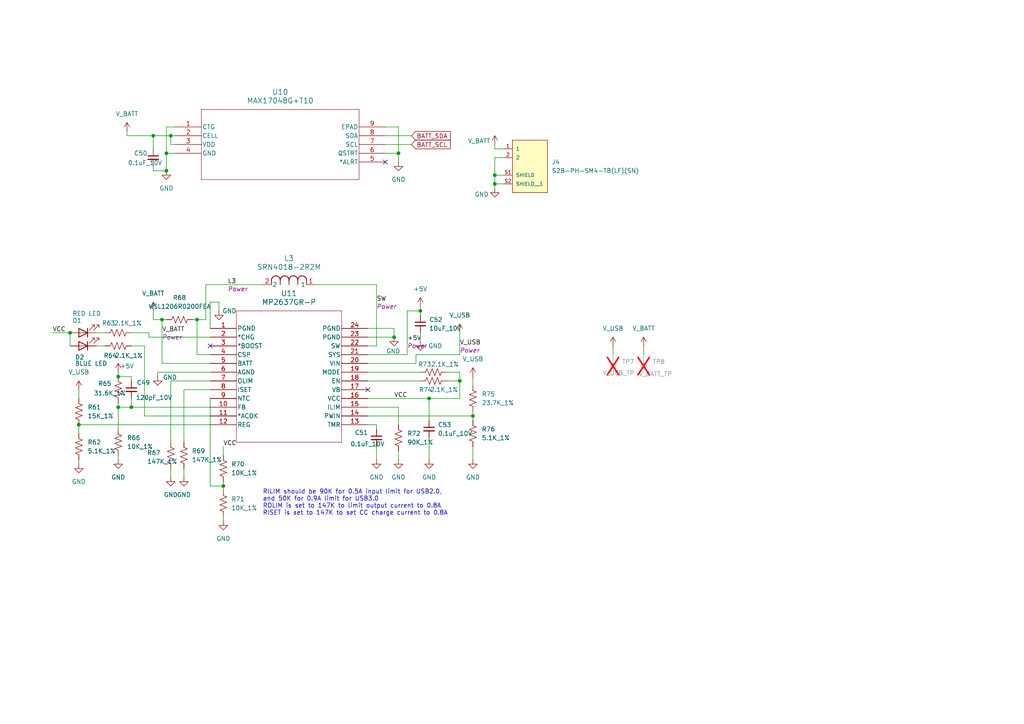
<source format=kicad_sch>
(kicad_sch (version 20250114) (generator "eeschema") (generator_version "9.0")
  (paper "A4")
  (lib_symbols
    (symbol "2025-12-22_19-19-54:SRN4018-2R2M" (pin_names (offset 0.254))
      (property "Reference" "L" (at 6.985 5.08 0))
      (property "Value" "SRN4018-2R2M" (at 6.985 -2.54 0))
      (symbol "SRN4018-2R2M_1_1"
        (polyline (pts (xy 2.54 0) (xy 2.54 1.27)) (stroke (width 0.2032)))
        (arc (start 2.54 1.27) (mid 3.81 2.5344) (end 5.08 1.27) (stroke (width 0.254)))
        (polyline (pts (xy 5.08 0) (xy 5.08 1.27)) (stroke (width 0.2032)))
        (arc (start 5.08 1.27) (mid 6.35 2.5344) (end 7.62 1.27) (stroke (width 0.254)))
        (polyline (pts (xy 7.62 0) (xy 7.62 1.27)) (stroke (width 0.2032)))
        (arc (start 7.62 1.27) (mid 8.89 2.5344) (end 10.16 1.27) (stroke (width 0.254)))
        (polyline (pts (xy 10.16 0) (xy 10.16 1.27)) (stroke (width 0.2032)))
        (arc (start 10.16 1.27) (mid 11.43 2.5344) (end 12.7 1.27) (stroke (width 0.254)))
        (polyline (pts (xy 12.7 0) (xy 12.7 1.27)) (stroke (width 0.2032)))
        (pin unspecified line (at 0 0 0) (length 2.54) (name "2") (number "2"))
        (pin unspecified line (at 15.24 0 180) (length 2.54) (name "1") (number "1"))
      )
      (symbol "SRN4018-2R2M_1_2"
        (arc (start -1.27 10.16) (mid -2.5344 11.43) (end -1.27 12.7) (stroke (width 0.254)))
        (arc (start -1.27 7.62) (mid -2.5344 8.89) (end -1.27 10.16) (stroke (width 0.254)))
        (arc (start -1.27 5.08) (mid -2.5344 6.35) (end -1.27 7.62) (stroke (width 0.254)))
        (arc (start -1.27 2.54) (mid -2.5344 3.81) (end -1.27 5.08) (stroke (width 0.254)))
        (polyline (pts (xy 0 12.7) (xy -1.27 12.7)) (stroke (width 0.2032)))
        (polyline (pts (xy 0 10.16) (xy -1.27 10.16)) (stroke (width 0.2032)))
        (polyline (pts (xy 0 7.62) (xy -1.27 7.62)) (stroke (width 0.2032)))
        (polyline (pts (xy 0 5.08) (xy -1.27 5.08)) (stroke (width 0.2032)))
        (polyline (pts (xy 0 2.54) (xy -1.27 2.54)) (stroke (width 0.2032)))
        (pin unspecified line (at 0 15.24 270) (length 2.54) (name "1") (number "1"))
        (pin unspecified line (at 0 0 90) (length 2.54) (name "2") (number "2"))
      )
    )
    (symbol "2026-01-13_12-46-21:MAX17048G+T10" (pin_names (offset 0.254))
      (property "Reference" "U" (at 30.48 10.16 0))
      (property "Value" "MAX17048G+T10" (at 30.48 7.62 0))
      (symbol "MAX17048G+T10_0_1"
        (polyline (pts (xy 7.62 5.08) (xy 7.62 -15.24)) (stroke (width 0.127)))
        (polyline (pts (xy 7.62 -15.24) (xy 53.34 -15.24)) (stroke (width 0.127)))
        (polyline (pts (xy 53.34 5.08) (xy 7.62 5.08)) (stroke (width 0.127)))
        (polyline (pts (xy 53.34 -15.24) (xy 53.34 5.08)) (stroke (width 0.127)))
        (pin unspecified line (at 0 0 0) (length 7.62) (name "CTG") (number "1"))
        (pin unspecified line (at 0 -2.54 0) (length 7.62) (name "CELL") (number "2"))
        (pin power_in line (at 0 -5.08 0) (length 7.62) (name "VDD") (number "3"))
        (pin power_in line (at 0 -7.62 0) (length 7.62) (name "GND") (number "4"))
        (pin unspecified line (at 60.96 0 180) (length 7.62) (name "EPAD") (number "9"))
        (pin bidirectional line (at 60.96 -2.54 180) (length 7.62) (name "SDA") (number "8"))
        (pin input line (at 60.96 -5.08 180) (length 7.62) (name "SCL") (number "7"))
        (pin input line (at 60.96 -7.62 180) (length 7.62) (name "QSTRT") (number "6"))
        (pin output line (at 60.96 -10.16 180) (length 7.62) (name "*ALRT") (number "5"))
      )
    )
    (symbol "2026-01-14_16-09-35:MP2637GR-P" (pin_names (offset 0.254))
      (property "Reference" "U" (at 22.86 10.16 0))
      (property "Value" "MP2637GR-P" (at 22.86 7.62 0))
      (symbol "MP2637GR-P_0_1"
        (polyline (pts (xy 7.62 5.08) (xy 7.62 -33.02)) (stroke (width 0.127)))
        (polyline (pts (xy 7.62 -33.02) (xy 38.1 -33.02)) (stroke (width 0.127)))
        (polyline (pts (xy 38.1 5.08) (xy 7.62 5.08)) (stroke (width 0.127)))
        (polyline (pts (xy 38.1 -33.02) (xy 38.1 5.08)) (stroke (width 0.127)))
        (pin power_in line (at 0 0 0) (length 7.62) (name "PGND") (number "1"))
        (pin unspecified line (at 0 -2.54 0) (length 7.62) (name "*CHG") (number "2"))
        (pin unspecified line (at 0 -5.08 0) (length 7.62) (name "*BOOST") (number "3"))
        (pin unspecified line (at 0 -7.62 0) (length 7.62) (name "CSP") (number "4"))
        (pin unspecified line (at 0 -10.16 0) (length 7.62) (name "BATT") (number "5"))
        (pin power_in line (at 0 -12.7 0) (length 7.62) (name "AGND") (number "6"))
        (pin unspecified line (at 0 -15.24 0) (length 7.62) (name "OLIM") (number "7"))
        (pin unspecified line (at 0 -17.78 0) (length 7.62) (name "ISET") (number "8"))
        (pin unspecified line (at 0 -20.32 0) (length 7.62) (name "NTC") (number "9"))
        (pin unspecified line (at 0 -22.86 0) (length 7.62) (name "FB") (number "10"))
        (pin unspecified line (at 0 -25.4 0) (length 7.62) (name "*ACOK") (number "11"))
        (pin unspecified line (at 0 -27.94 0) (length 7.62) (name "REG") (number "12"))
        (pin power_in line (at 45.72 0 180) (length 7.62) (name "PGND") (number "24"))
        (pin power_in line (at 45.72 -2.54 180) (length 7.62) (name "PGND") (number "23"))
        (pin unspecified line (at 45.72 -5.08 180) (length 7.62) (name "SW") (number "22"))
        (pin unspecified line (at 45.72 -7.62 180) (length 7.62) (name "SYS") (number "21"))
        (pin power_in line (at 45.72 -10.16 180) (length 7.62) (name "VIN") (number "20"))
        (pin unspecified line (at 45.72 -12.7 180) (length 7.62) (name "MODE") (number "19"))
        (pin unspecified line (at 45.72 -15.24 180) (length 7.62) (name "EN") (number "18"))
        (pin unspecified line (at 45.72 -17.78 180) (length 7.62) (name "VB") (number "17"))
        (pin power_in line (at 45.72 -20.32 180) (length 7.62) (name "VCC") (number "16"))
        (pin unspecified line (at 45.72 -22.86 180) (length 7.62) (name "ILIM") (number "15"))
        (pin unspecified line (at 45.72 -25.4 180) (length 7.62) (name "PWIN") (number "14"))
        (pin unspecified line (at 45.72 -27.94 180) (length 7.62) (name "TMR") (number "13"))
      )
    )
    (symbol "Connector:TestPoint" (pin_numbers (hide yes)) (pin_names (offset 0.762) (hide yes))
      (property "Reference" "TP" (at 0 6.858 0))
      (property "Value" "TestPoint" (at 0 5.08 0))
      (symbol "TestPoint_0_1"
        (circle (center 0 3.302) (radius 0.762))
      )
      (symbol "TestPoint_1_1"
        (pin passive line (at 0 0 90) (length 2.54) (name "1") (number "1"))
      )
    )
    (symbol "Device:C_Small" (pin_numbers (hide yes)) (pin_names (offset 0.254) (hide yes))
      (property "Reference" "C" (at 0.254 1.778 0))
      (property "Value" "C_Small" (at 0.254 -2.032 0))
      (symbol "C_Small_0_1"
        (polyline (pts (xy -1.524 0.508) (xy 1.524 0.508)) (stroke (width 0.3048)))
        (polyline (pts (xy -1.524 -0.508) (xy 1.524 -0.508)) (stroke (width 0.3302)))
      )
      (symbol "C_Small_1_1"
        (pin passive line (at 0 2.54 270) (length 2.032) (name "~") (number "1"))
        (pin passive line (at 0 -2.54 90) (length 2.032) (name "~") (number "2"))
      )
    )
    (symbol "Device:LED" (pin_numbers (hide yes)) (pin_names (offset 1.016) (hide yes))
      (property "Reference" "D" (at 0 2.54 0))
      (property "Value" "LED" (at 0 -2.54 0))
      (symbol "LED_0_1"
        (polyline (pts (xy -3.048 -0.762) (xy -4.572 -2.286) (xy -3.81 -2.286) (xy -4.572 -2.286) (xy -4.572 -1.524)))
        (polyline (pts (xy -1.778 -0.762) (xy -3.302 -2.286) (xy -2.54 -2.286) (xy -3.302 -2.286) (xy -3.302 -1.524)))
        (polyline (pts (xy -1.27 0) (xy 1.27 0)))
        (polyline (pts (xy -1.27 -1.27) (xy -1.27 1.27)) (stroke (width 0.254)))
        (polyline (pts (xy 1.27 -1.27) (xy 1.27 1.27) (xy -1.27 0) (xy 1.27 -1.27)) (stroke (width 0.254)))
      )
      (symbol "LED_1_1"
        (pin passive line (at -3.81 0 0) (length 2.54) (name "K") (number "1"))
        (pin passive line (at 3.81 0 180) (length 2.54) (name "A") (number "2"))
      )
    )
    (symbol "Device:R_US" (pin_numbers (hide yes)) (pin_names (offset 0))
      (property "Reference" "R" (at 2.54 0 90))
      (property "Value" "R_US" (at -2.54 0 90))
      (symbol "R_US_0_1"
        (polyline (pts (xy 0 2.286) (xy 0 2.54)))
        (polyline (pts (xy 0 2.286) (xy 1.016 1.905) (xy 0 1.524) (xy -1.016 1.143) (xy 0 0.762)))
        (polyline (pts (xy 0 0.762) (xy 1.016 0.381) (xy 0 0) (xy -1.016 -0.381) (xy 0 -0.762)))
        (polyline (pts (xy 0 -0.762) (xy 1.016 -1.143) (xy 0 -1.524) (xy -1.016 -1.905) (xy 0 -2.286)))
        (polyline (pts (xy 0 -2.286) (xy 0 -2.54)))
      )
      (symbol "R_US_1_1"
        (pin passive line (at 0 3.81 270) (length 1.27) (name "~") (number "1"))
        (pin passive line (at 0 -3.81 90) (length 1.27) (name "~") (number "2"))
      )
    )
    (symbol "S2B-PH-SM4-TB:S2B-PH-SM4-TB_LF__SN_" (pin_names (offset 1.016))
      (property "Reference" "J" (at -5.0829 5.5957 0))
      (property "Value" "S2B-PH-SM4-TB_LF__SN_" (at -5.0881 -11.9627 0))
      (symbol "S2B-PH-SM4-TB_LF__SN__0_0"
        (rectangle (start -5.08 -10.16) (end 5.08 5.08) (stroke (width 0.1524)) (fill (type background)))
        (pin passive line (at -7.62 2.54 0) (length 2.54) (name "1") (number "1"))
        (pin passive line (at -7.62 0 0) (length 2.54) (name "2") (number "2"))
        (pin passive line (at -7.62 -5.08 0) (length 2.54) (name "SHIELD") (number "S1"))
        (pin passive line (at -7.62 -7.62 0) (length 2.54) (name "SHIELD__1") (number "S2"))
      )
    )
    (symbol "power:GND" (power) (pin_numbers (hide yes)) (pin_names (offset 0) (hide yes))
      (property "Value" "GND" (at 0 -3.81 0))
      (symbol "GND_0_1"
        (polyline (pts (xy 0 0) (xy 0 -1.27) (xy 1.27 -1.27) (xy 0 -2.54) (xy -1.27 -1.27) (xy 0 -1.27)))
      )
      (symbol "GND_1_1"
        (pin power_in line (at 0 0 270) (length 0) (name "~") (number "1"))
      )
    )
    (symbol "power:VD" (power) (pin_numbers (hide yes)) (pin_names (offset 0) (hide yes))
      (property "Value" "VD" (at 0 3.556 0))
      (symbol "VD_0_1"
        (polyline (pts (xy -0.762 1.27) (xy 0 2.54)))
        (polyline (pts (xy 0 2.54) (xy 0.762 1.27)))
        (polyline (pts (xy 0 0) (xy 0 2.54)))
      )
      (symbol "VD_1_1"
        (pin power_in line (at 0 0 90) (length 0) (name "~") (number "1"))
      )
    )
  )
  (text "RILIM should be 90K for 0.5A input limit for USB2.0,\nand 50K for 0.9A limit for USB3.0\nROLIM is set to 147K to limit output current to 0.8A\nRISET is set to 147K to set CC charge current to 0.8A" (at 76.2 145.796 0) (effects (font (size 1.27 1.27)) (justify left)))
  (junction (at 34.29 118.11))
  (junction (at 143.51 53.34))
  (junction (at 143.51 50.8))
  (junction (at 64.77 140.97))
  (junction (at 22.86 123.19))
  (junction (at 124.46 115.57))
  (junction (at 137.16 120.65))
  (junction (at 38.1 118.11))
  (junction (at 114.3 97.79))
  (junction (at 48.26 44.45))
  (junction (at 48.26 49.53))
  (junction (at 121.92 90.17))
  (junction (at 57.15 92.71))
  (junction (at 44.45 39.37))
  (junction (at 49.53 39.37))
  (junction (at 34.29 109.22))
  (junction (at 115.57 44.45))
  (junction (at 46.99 92.71))
  (junction (at 20.32 96.52))
  (junction (at 133.35 110.49))
  (no_connect (at 106.68 113.03))
  (no_connect (at 111.76 46.99))
  (no_connect (at 60.96 100.33))
  (wire (pts (xy 49.53 135.89) (xy 49.53 138.43)))
  (wire (pts (xy 36.83 39.37) (xy 44.45 39.37)))
  (wire (pts (xy 27.94 100.33) (xy 30.48 100.33)))
  (wire (pts (xy 34.29 118.11) (xy 34.29 124.46)))
  (wire (pts (xy 60.96 87.63) (xy 63.5 87.63)))
  (wire (pts (xy 49.53 39.37) (xy 50.8 39.37)))
  (wire (pts (xy 137.16 109.22) (xy 137.16 111.76)))
  (wire (pts (xy 186.69 100.33) (xy 186.69 102.87)))
  (wire (pts (xy 133.35 107.95) (xy 129.54 107.95)))
  (wire (pts (xy 143.51 53.34) (xy 146.05 53.34)))
  (wire (pts (xy 57.15 102.87) (xy 57.15 92.71)))
  (wire (pts (xy 133.35 102.87) (xy 120.65 102.87)))
  (wire (pts (xy 41.91 100.33) (xy 41.91 120.65)))
  (wire (pts (xy 106.68 118.11) (xy 115.57 118.11)))
  (wire (pts (xy 38.1 96.52) (xy 43.18 96.52)))
  (wire (pts (xy 44.45 39.37) (xy 49.53 39.37)))
  (wire (pts (xy 50.8 41.91) (xy 49.53 41.91)))
  (wire (pts (xy 38.1 115.57) (xy 38.1 118.11)))
  (wire (pts (xy 38.1 110.49) (xy 38.1 109.22)))
  (wire (pts (xy 36.83 38.1) (xy 36.83 39.37)))
  (wire (pts (xy 20.32 96.52) (xy 20.32 100.33)))
  (wire (pts (xy 59.69 92.71) (xy 59.69 82.55)))
  (wire (pts (xy 53.34 135.89) (xy 53.34 138.43)))
  (wire (pts (xy 129.54 110.49) (xy 133.35 110.49)))
  (wire (pts (xy 143.51 50.8) (xy 146.05 50.8)))
  (wire (pts (xy 121.92 96.52) (xy 121.92 99.06)))
  (wire (pts (xy 111.76 36.83) (xy 115.57 36.83)))
  (wire (pts (xy 133.35 115.57) (xy 133.35 110.49)))
  (wire (pts (xy 34.29 132.08) (xy 34.29 133.35)))
  (wire (pts (xy 60.96 140.97) (xy 64.77 140.97)))
  (wire (pts (xy 115.57 118.11) (xy 115.57 123.19)))
  (wire (pts (xy 48.26 44.45) (xy 50.8 44.45)))
  (wire (pts (xy 124.46 115.57) (xy 133.35 115.57)))
  (wire (pts (xy 111.76 44.45) (xy 115.57 44.45)))
  (wire (pts (xy 106.68 95.25) (xy 114.3 95.25)))
  (wire (pts (xy 114.3 95.25) (xy 114.3 97.79)))
  (wire (pts (xy 121.92 90.17) (xy 121.92 91.44)))
  (wire (pts (xy 109.22 82.55) (xy 109.22 100.33)))
  (wire (pts (xy 38.1 109.22) (xy 34.29 109.22)))
  (wire (pts (xy 106.68 107.95) (xy 121.92 107.95)))
  (wire (pts (xy 63.5 87.63) (xy 63.5 90.17)))
  (wire (pts (xy 22.86 123.19) (xy 60.96 123.19)))
  (wire (pts (xy 106.68 97.79) (xy 114.3 97.79)))
  (wire (pts (xy 118.11 90.17) (xy 121.92 90.17)))
  (wire (pts (xy 133.35 110.49) (xy 133.35 107.95)))
  (wire (pts (xy 57.15 92.71) (xy 59.69 92.71)))
  (wire (pts (xy 64.77 139.7) (xy 64.77 140.97)))
  (wire (pts (xy 115.57 130.81) (xy 115.57 133.35)))
  (wire (pts (xy 43.18 97.79) (xy 60.96 97.79)))
  (wire (pts (xy 120.65 105.41) (xy 106.68 105.41)))
  (wire (pts (xy 34.29 116.84) (xy 34.29 118.11)))
  (wire (pts (xy 44.45 92.71) (xy 46.99 92.71)))
  (wire (pts (xy 45.72 109.22) (xy 45.72 107.95)))
  (wire (pts (xy 177.8 100.33) (xy 177.8 102.87)))
  (wire (pts (xy 48.26 44.45) (xy 48.26 49.53)))
  (wire (pts (xy 137.16 120.65) (xy 137.16 121.92)))
  (wire (pts (xy 60.96 113.03) (xy 53.34 113.03)))
  (wire (pts (xy 46.99 92.71) (xy 48.26 92.71)))
  (wire (pts (xy 15.24 96.52) (xy 20.32 96.52)))
  (wire (pts (xy 34.29 118.11) (xy 38.1 118.11)))
  (wire (pts (xy 46.99 105.41) (xy 46.99 92.71)))
  (wire (pts (xy 64.77 140.97) (xy 64.77 142.24)))
  (wire (pts (xy 109.22 123.19) (xy 109.22 124.46)))
  (wire (pts (xy 45.72 107.95) (xy 60.96 107.95)))
  (wire (pts (xy 60.96 95.25) (xy 60.96 87.63)))
  (wire (pts (xy 60.96 115.57) (xy 60.96 140.97)))
  (wire (pts (xy 111.76 39.37) (xy 119.38 39.37)))
  (wire (pts (xy 143.51 53.34) (xy 143.51 50.8)))
  (wire (pts (xy 41.91 120.65) (xy 60.96 120.65)))
  (wire (pts (xy 44.45 90.17) (xy 44.45 92.71)))
  (wire (pts (xy 43.18 96.52) (xy 43.18 97.79)))
  (wire (pts (xy 44.45 49.53) (xy 48.26 49.53)))
  (wire (pts (xy 60.96 102.87) (xy 57.15 102.87)))
  (wire (pts (xy 34.29 107.95) (xy 34.29 109.22)))
  (wire (pts (xy 91.44 82.55) (xy 109.22 82.55)))
  (wire (pts (xy 64.77 129.54) (xy 64.77 132.08)))
  (wire (pts (xy 121.92 88.9) (xy 121.92 90.17)))
  (wire (pts (xy 143.51 43.18) (xy 146.05 43.18)))
  (wire (pts (xy 22.86 133.35) (xy 22.86 134.62)))
  (wire (pts (xy 50.8 36.83) (xy 48.26 36.83)))
  (wire (pts (xy 120.65 102.87) (xy 120.65 105.41)))
  (wire (pts (xy 109.22 100.33) (xy 106.68 100.33)))
  (wire (pts (xy 55.88 92.71) (xy 57.15 92.71)))
  (wire (pts (xy 53.34 113.03) (xy 53.34 128.27)))
  (wire (pts (xy 115.57 44.45) (xy 115.57 46.99)))
  (wire (pts (xy 118.11 102.87) (xy 118.11 90.17)))
  (wire (pts (xy 38.1 100.33) (xy 41.91 100.33)))
  (wire (pts (xy 106.68 110.49) (xy 121.92 110.49)))
  (wire (pts (xy 106.68 123.19) (xy 109.22 123.19)))
  (wire (pts (xy 106.68 102.87) (xy 118.11 102.87)))
  (wire (pts (xy 22.86 123.19) (xy 22.86 125.73)))
  (wire (pts (xy 115.57 36.83) (xy 115.57 44.45)))
  (wire (pts (xy 64.77 149.86) (xy 64.77 151.13)))
  (wire (pts (xy 49.53 110.49) (xy 49.53 128.27)))
  (wire (pts (xy 60.96 105.41) (xy 46.99 105.41)))
  (wire (pts (xy 124.46 127) (xy 124.46 133.35)))
  (wire (pts (xy 27.94 96.52) (xy 30.48 96.52)))
  (wire (pts (xy 38.1 118.11) (xy 60.96 118.11)))
  (wire (pts (xy 143.51 45.72) (xy 146.05 45.72)))
  (wire (pts (xy 44.45 48.26) (xy 44.45 49.53)))
  (wire (pts (xy 106.68 115.57) (xy 124.46 115.57)))
  (wire (pts (xy 133.35 96.52) (xy 133.35 102.87)))
  (wire (pts (xy 49.53 110.49) (xy 60.96 110.49)))
  (wire (pts (xy 49.53 41.91) (xy 49.53 39.37)))
  (wire (pts (xy 143.51 54.61) (xy 143.51 53.34)))
  (wire (pts (xy 137.16 119.38) (xy 137.16 120.65)))
  (wire (pts (xy 111.76 41.91) (xy 119.38 41.91)))
  (wire (pts (xy 22.86 113.03) (xy 22.86 115.57)))
  (wire (pts (xy 106.68 120.65) (xy 137.16 120.65)))
  (wire (pts (xy 48.26 36.83) (xy 48.26 44.45)))
  (wire (pts (xy 59.69 82.55) (xy 76.2 82.55)))
  (wire (pts (xy 44.45 39.37) (xy 44.45 43.18)))
  (wire (pts (xy 124.46 115.57) (xy 124.46 121.92)))
  (wire (pts (xy 109.22 129.54) (xy 109.22 133.35)))
  (wire (pts (xy 143.51 50.8) (xy 143.51 45.72)))
  (wire (pts (xy 143.51 41.91) (xy 143.51 43.18)))
  (wire (pts (xy 137.16 129.54) (xy 137.16 133.35)))
  (label "+5V" (at 118.11 99.06 0) (property "Netclass" "Power" (at 118.11 100.33 0) (effects (font (italic yes)) (justify left))))
  (label "V_BATT" (at 46.99 96.52 0) (property "Netclass" "Power" (at 46.99 97.79 0) (effects (font (italic yes)) (justify left))))
  (label "VCC" (at 114.3 115.57 0))
  (label "VCC" (at 64.77 129.54 0))
  (label "VCC" (at 15.24 96.52 0))
  (label "L3" (at 66.04 82.55 0) (property "Netclass" "Power" (at 66.04 83.82 0) (effects (font (italic yes)) (justify left))))
  (label "V_USB" (at 133.35 100.33 0) (property "Netclass" "Power" (at 133.35 101.6 0) (effects (font (italic yes)) (justify left))))
  (label "SW" (at 109.22 87.63 0) (property "Netclass" "Power" (at 109.22 88.9 0) (effects (font (italic yes)) (justify left))))
  (global_label "BATT_SDA" (shape input) (at 119.38 39.37 0) (property "Intersheetrefs" "${INTERSHEET_REFS}" (effects (hide yes))))
  (global_label "BATT_SCL" (shape input) (at 119.38 41.91 0) (property "Intersheetrefs" "${INTERSHEET_REFS}" (effects (hide yes))))
  (symbol (lib_id "power:GND") (at 22.86 134.62 0) (unit 1)
    (property "Reference" "#PWR0109" (effects (hide yes)))
    (property "Value" "GND" (at 22.86 139.7 0))
    (property "Description" "Power symbol creates a global label with name \"GND\" , ground" (effects (hide yes)))
  )
  (symbol (lib_id "Device:R_US") (at 64.77 135.89 0) (unit 1)
    (property "Reference" "R70" (at 67.056 134.62 0) (effects (justify left)))
    (property "Value" "10K_1%" (at 67.056 137.16 0) (effects (justify left)))
    (property "Footprint" "Resistor_SMD:R_0603_1608Metric" (effects (hide yes)))
    (property "Description" "Resistor, US symbol" (effects (hide yes)))
  )
  (symbol (lib_id "power:GND") (at 48.26 49.53 0) (unit 1)
    (property "Reference" "#PWR0115" (effects (hide yes)))
    (property "Value" "GND" (at 48.26 54.61 0))
    (property "Description" "Power symbol creates a global label with name \"GND\" , ground" (effects (hide yes)))
  )
  (symbol (lib_id "Device:R_US") (at 125.73 110.49 90) (unit 1)
    (property "Reference" "R74" (at 123.444 113.03 90))
    (property "Value" "2.1K_1%" (at 128.778 113.03 90))
    (property "Footprint" "Resistor_SMD:R_0603_1608Metric" (effects (hide yes)))
    (property "Description" "Resistor, US symbol" (effects (hide yes)))
  )
  (symbol (lib_id "Device:C_Small") (at 44.45 45.72 0) (unit 1)
    (property "Reference" "C50" (at 38.862 44.45 0) (effects (justify left)))
    (property "Value" "0.1uF_10V" (at 37.084 47.244 0) (effects (justify left)))
    (property "Footprint" "Capacitor_SMD:C_0603_1608Metric" (effects (hide yes)))
    (property "Description" "Unpolarized capacitor, small symbol" (effects (hide yes)))
  )
  (symbol (lib_id "power:GND") (at 45.72 109.22 0) (unit 1)
    (property "Reference" "#PWR0114" (effects (hide yes)))
    (property "Value" "GND" (at 49.276 109.474 0))
    (property "Description" "Power symbol creates a global label with name \"GND\" , ground" (effects (hide yes)))
  )
  (symbol (lib_id "power:VD") (at 44.45 90.17 0) (unit 1)
    (property "Reference" "#PWR0113" (effects (hide yes)))
    (property "Value" "V_BATT" (at 44.45 85.09 0))
    (property "Description" "Power symbol creates a global label with name \"VD\"" (effects (hide yes)))
  )
  (symbol (lib_id "Device:C_Small") (at 38.1 113.03 0) (unit 1)
    (property "Reference" "C49" (at 39.624 110.998 0) (effects (justify left)))
    (property "Value" "120pF_10V" (at 39.37 115.316 0) (effects (justify left)))
    (property "Footprint" "Capacitor_SMD:C_0603_1608Metric" (effects (hide yes)))
    (property "Description" "Unpolarized capacitor, small symbol" (effects (hide yes)))
  )
  (symbol (lib_id "power:GND") (at 124.46 133.35 0) (unit 1)
    (property "Reference" "#PWR0126" (effects (hide yes)))
    (property "Value" "GND" (at 124.46 138.43 0))
    (property "Description" "Power symbol creates a global label with name \"GND\" , ground" (effects (hide yes)))
  )
  (symbol (lib_id "Device:C_Small") (at 121.92 93.98 0) (unit 1)
    (property "Reference" "C52" (at 124.46 92.7162 0) (effects (justify left)))
    (property "Value" "10uF_10V" (at 124.46 95.2562 0) (effects (justify left)))
    (property "Footprint" "Capacitor_SMD:C_0603_1608Metric" (effects (hide yes)))
    (property "Description" "Unpolarized capacitor, small symbol" (effects (hide yes)))
  )
  (symbol (lib_id "Device:R_US") (at 137.16 115.57 0) (unit 1)
    (property "Reference" "R75" (at 139.7 114.2999 0) (effects (justify left)))
    (property "Value" "23.7K_1%" (at 139.7 116.8399 0) (effects (justify left)))
    (property "Footprint" "Resistor_SMD:R_0603_1608Metric" (effects (hide yes)))
    (property "Description" "Resistor, US symbol" (effects (hide yes)))
  )
  (symbol (lib_id "Device:R_US") (at 34.29 128.27 0) (unit 1)
    (property "Reference" "R66" (at 36.83 126.9999 0) (effects (justify left)))
    (property "Value" "10K_1%" (at 36.83 129.5399 0) (effects (justify left)))
    (property "Footprint" "Resistor_SMD:R_0603_1608Metric" (effects (hide yes)))
    (property "Description" "Resistor, US symbol" (effects (hide yes)))
  )
  (symbol (lib_id "power:VD") (at 36.83 38.1 0) (unit 1)
    (property "Reference" "#PWR0112" (effects (hide yes)))
    (property "Value" "V_BATT" (at 36.83 33.02 0))
    (property "Description" "Power symbol creates a global label with name \"VD\"" (effects (hide yes)))
  )
  (symbol (lib_id "Device:LED") (at 24.13 96.52 180) (unit 1)
    (property "Reference" "D1" (at 22.352 92.964 0))
    (property "Value" "RED LED" (at 25.146 90.932 0))
    (property "Footprint" "LED_SMD:LED_0603_1608Metric" (effects (hide yes)))
    (property "Description" "Light emitting diode" (effects (hide yes)))
    (property "Sim.Pins" "1=K 2=A" (effects (hide yes)))
  )
  (symbol (lib_id "2025-12-22_19-19-54:SRN4018-2R2M") (at 76.2 82.55 0) (unit 1)
    (property "Reference" "L3" (at 83.82 74.93 0) (effects (font (size 1.524 1.524))))
    (property "Value" "SRN4018-2R2M" (at 83.82 77.47 0) (effects (font (size 1.524 1.524))))
    (property "Footprint" "SRN4018-2R2M:IND_BOURNS_SRN4018" (effects (hide yes)))
    (property "Datasheet" "SRN4018-2R2M" (effects (hide yes)))
  )
  (symbol (lib_id "power:GND") (at 63.5 90.17 0) (unit 1)
    (property "Reference" "#PWR0118" (effects (hide yes)))
    (property "Value" "GND" (at 66.548 90.17 0))
    (property "Description" "Power symbol creates a global label with name \"GND\" , ground" (effects (hide yes)))
  )
  (symbol (lib_id "Device:R_US") (at 115.57 127 0) (unit 1)
    (property "Reference" "R72" (at 118.11 125.7299 0) (effects (justify left)))
    (property "Value" "90K_1%" (at 118.11 128.2699 0) (effects (justify left)))
    (property "Footprint" "Resistor_SMD:R_0603_1608Metric" (effects (hide yes)))
    (property "Description" "Resistor, US symbol" (effects (hide yes)))
  )
  (symbol (lib_id "power:GND") (at 115.57 46.99 0) (unit 1)
    (property "Reference" "#PWR0122" (effects (hide yes)))
    (property "Value" "GND" (at 115.57 52.07 0))
    (property "Description" "Power symbol creates a global label with name \"GND\" , ground" (effects (hide yes)))
  )
  (symbol (lib_id "Device:R_US") (at 34.29 96.52 90) (unit 1)
    (property "Reference" "R63" (at 31.496 93.726 90))
    (property "Value" "2.1K_1%" (at 37.084 93.726 90))
    (property "Footprint" "Resistor_SMD:R_0603_1608Metric" (effects (hide yes)))
    (property "Description" "Resistor, US symbol" (effects (hide yes)))
  )
  (symbol (lib_id "power:VD") (at 22.86 113.03 0) (unit 1)
    (property "Reference" "#PWR0108" (effects (hide yes)))
    (property "Value" "V_USB" (at 22.86 107.95 0))
    (property "Description" "Power symbol creates a global label with name \"VD\"" (effects (hide yes)))
  )
  (symbol (lib_id "2026-01-13_12-46-21:MAX17048G+T10") (at 50.8 36.83 0) (unit 1)
    (property "Reference" "U10" (at 81.28 26.67 0) (effects (font (size 1.524 1.524))))
    (property "Value" "MAX17048G+T10" (at 81.28 29.21 0) (effects (font (size 1.524 1.524))))
    (property "Footprint" "MAX17048G-T10:21-0168E_T822-3_MXM" (effects (hide yes)))
    (property "Datasheet" "MAX17048G+T10" (effects (hide yes)))
  )
  (symbol (lib_id "Device:R_US") (at 137.16 125.73 0) (unit 1)
    (property "Reference" "R76" (at 139.7 124.4599 0) (effects (justify left)))
    (property "Value" "5.1K_1%" (at 139.7 126.9999 0) (effects (justify left)))
    (property "Footprint" "Resistor_SMD:R_0603_1608Metric" (effects (hide yes)))
    (property "Description" "Resistor, US symbol" (effects (hide yes)))
  )
  (symbol (lib_id "Device:R_US") (at 49.53 132.08 0) (unit 1)
    (property "Reference" "R67" (at 42.672 131.318 0) (effects (justify left)))
    (property "Value" "147K_1%" (at 42.672 133.858 0) (effects (justify left)))
    (property "Footprint" "Resistor_SMD:R_0603_1608Metric" (effects (hide yes)))
    (property "Description" "Resistor, US symbol" (effects (hide yes)))
  )
  (symbol (lib_id "power:GND") (at 143.51 54.61 0) (unit 1)
    (property "Reference" "#PWR080" (effects (hide yes)))
    (property "Value" "GND" (at 139.7 56.388 0))
    (property "Description" "Power symbol creates a global label with name \"GND\" , ground" (effects (hide yes)))
  )
  (symbol (lib_id "power:GND") (at 53.34 138.43 0) (unit 1)
    (property "Reference" "#PWR0117" (effects (hide yes)))
    (property "Value" "GND" (at 53.34 143.51 0))
    (property "Description" "Power symbol creates a global label with name \"GND\" , ground" (effects (hide yes)))
  )
  (symbol (lib_id "power:GND") (at 64.77 151.13 0) (unit 1)
    (property "Reference" "#PWR0119" (effects (hide yes)))
    (property "Value" "GND" (at 64.77 156.21 0))
    (property "Description" "Power symbol creates a global label with name \"GND\" , ground" (effects (hide yes)))
  )
  (symbol (lib_id "power:VD") (at 137.16 109.22 0) (unit 1)
    (property "Reference" "#PWR0128" (effects (hide yes)))
    (property "Value" "V_USB" (at 137.16 104.14 0))
    (property "Description" "Power symbol creates a global label with name \"VD\"" (effects (hide yes)))
  )
  (symbol (lib_id "Device:C_Small") (at 109.22 127 0) (unit 1)
    (property "Reference" "C51" (at 102.87 125.476 0) (effects (justify left)))
    (property "Value" "0.1uF_10V" (at 101.6 128.778 0) (effects (justify left)))
    (property "Footprint" "Capacitor_SMD:C_0603_1608Metric" (effects (hide yes)))
    (property "Description" "Unpolarized capacitor, small symbol" (effects (hide yes)))
  )
  (symbol (lib_id "Device:R_US") (at 22.86 119.38 0) (unit 1)
    (property "Reference" "R61" (at 25.4 118.1099 0) (effects (justify left)))
    (property "Value" "15K_1%" (at 25.4 120.6499 0) (effects (justify left)))
    (property "Footprint" "Resistor_SMD:R_0603_1608Metric" (effects (hide yes)))
    (property "Description" "Resistor, US symbol" (effects (hide yes)))
  )
  (symbol (lib_id "Device:R_US") (at 34.29 100.33 90) (unit 1)
    (property "Reference" "R64" (at 32.004 103.124 90))
    (property "Value" "2.1K_1%" (at 37.338 103.124 90))
    (property "Footprint" "Resistor_SMD:R_0603_1608Metric" (effects (hide yes)))
    (property "Description" "Resistor, US symbol" (effects (hide yes)))
  )
  (symbol (lib_id "Device:R_US") (at 53.34 132.08 0) (unit 1)
    (property "Reference" "R69" (at 55.626 130.81 0) (effects (justify left)))
    (property "Value" "147K_1%" (at 55.626 133.35 0) (effects (justify left)))
    (property "Footprint" "Resistor_SMD:R_0603_1608Metric" (effects (hide yes)))
    (property "Description" "Resistor, US symbol" (effects (hide yes)))
  )
  (symbol (lib_id "Device:R_US") (at 52.07 92.71 90) (unit 1)
    (property "Reference" "R68" (at 52.07 86.36 90))
    (property "Value" "WSL1206R0200FEA" (at 52.07 88.9 90))
    (property "Footprint" "Resistor_SMD:R_1206_3216Metric" (effects (hide yes)))
    (property "Description" "Resistor, US symbol" (effects (hide yes)))
  )
  (symbol (lib_id "power:VD") (at 143.51 41.91 0) (unit 1)
    (property "Reference" "#PWR017" (effects (hide yes)))
    (property "Value" "V_BATT" (at 138.938 40.894 0))
    (property "Description" "Power symbol creates a global label with name \"VD\"" (effects (hide yes)))
  )
  (symbol (lib_id "Connector:TestPoint") (at 177.8 102.87 180) (unit 1) (dnp yes)
    (property "Reference" "TP7" (at 180.34 104.9019 0) (effects (justify right)))
    (property "Value" "V_USB_TP" (at 174.752 108.204 0) (effects (justify right)))
    (property "Footprint" "TestPoint:TestPoint_Pad_D1.5mm" (effects (hide yes)))
    (property "Description" "test point" (effects (hide yes)))
  )
  (symbol (lib_id "power:GND") (at 114.3 97.79 0) (unit 1)
    (property "Reference" "#PWR0121" (effects (hide yes)))
    (property "Value" "GND" (at 114.046 101.854 0))
    (property "Description" "Power symbol creates a global label with name \"GND\" , ground" (effects (hide yes)))
  )
  (symbol (lib_id "power:GND") (at 115.57 133.35 0) (unit 1)
    (property "Reference" "#PWR0123" (effects (hide yes)))
    (property "Value" "GND" (at 115.57 138.43 0))
    (property "Description" "Power symbol creates a global label with name \"GND\" , ground" (effects (hide yes)))
  )
  (symbol (lib_id "power:GND") (at 34.29 133.35 0) (unit 1)
    (property "Reference" "#PWR0111" (effects (hide yes)))
    (property "Value" "GND" (at 34.29 138.43 0))
    (property "Description" "Power symbol creates a global label with name \"GND\" , ground" (effects (hide yes)))
  )
  (symbol (lib_id "Device:R_US") (at 34.29 113.03 0) (unit 1)
    (property "Reference" "R65" (at 28.448 111.252 0) (effects (justify left)))
    (property "Value" "31.6K_1%" (at 27.178 114.046 0) (effects (justify left)))
    (property "Footprint" "Resistor_SMD:R_0603_1608Metric" (effects (hide yes)))
    (property "Description" "Resistor, US symbol" (effects (hide yes)))
  )
  (symbol (lib_id "power:GND") (at 49.53 138.43 0) (unit 1)
    (property "Reference" "#PWR0116" (effects (hide yes)))
    (property "Value" "GND" (at 49.53 143.51 0))
    (property "Description" "Power symbol creates a global label with name \"GND\" , ground" (effects (hide yes)))
  )
  (symbol (lib_id "Device:R_US") (at 22.86 129.54 0) (unit 1)
    (property "Reference" "R62" (at 25.4 128.2699 0) (effects (justify left)))
    (property "Value" "5.1K_1%" (at 25.4 130.8099 0) (effects (justify left)))
    (property "Footprint" "Resistor_SMD:R_0603_1608Metric" (effects (hide yes)))
    (property "Description" "Resistor, US symbol" (effects (hide yes)))
  )
  (symbol (lib_id "power:GND") (at 137.16 133.35 0) (unit 1)
    (property "Reference" "#PWR0129" (effects (hide yes)))
    (property "Value" "GND" (at 137.16 138.43 0))
    (property "Description" "Power symbol creates a global label with name \"GND\" , ground" (effects (hide yes)))
  )
  (symbol (lib_id "power:VD") (at 121.92 88.9 0) (unit 1)
    (property "Reference" "#PWR0124" (effects (hide yes)))
    (property "Value" "+5V" (at 121.92 83.82 0))
    (property "Description" "Power symbol creates a global label with name \"VD\"" (effects (hide yes)))
  )
  (symbol (lib_id "Connector:TestPoint") (at 186.69 102.87 180) (unit 1) (dnp yes)
    (property "Reference" "TP8" (at 189.23 104.9019 0) (effects (justify right)))
    (property "Value" "V_BATT_TP" (at 185.166 108.458 0) (effects (justify right)))
    (property "Footprint" "TestPoint:TestPoint_Pad_D1.5mm" (effects (hide yes)))
    (property "Description" "test point" (effects (hide yes)))
  )
  (symbol (lib_id "power:GND") (at 109.22 133.35 0) (unit 1)
    (property "Reference" "#PWR0120" (effects (hide yes)))
    (property "Value" "GND" (at 109.22 138.43 0))
    (property "Description" "Power symbol creates a global label with name \"GND\" , ground" (effects (hide yes)))
  )
  (symbol (lib_id "2026-01-14_16-09-35:MP2637GR-P") (at 60.96 95.25 0) (unit 1)
    (property "Reference" "U11" (at 83.82 85.09 0) (effects (font (size 1.524 1.524))))
    (property "Value" "MP2637GR-P" (at 83.82 87.63 0) (effects (font (size 1.524 1.524))))
    (property "Footprint" "MP2637:QFN-24_MP2637_MNP" (effects (hide yes)))
    (property "Datasheet" "https://www.monolithicpower.com/en/documentview/productdocument/index/version/2/document_type/Datasheet/lang/en/sku/MP2637GR-Z" (effects (hide yes)))
  )
  (symbol (lib_id "S2B-PH-SM4-TB:S2B-PH-SM4-TB_LF__SN_") (at 153.67 45.72 0) (unit 1)
    (property "Reference" "J4" (at 160.02 46.9899 0) (effects (justify left)))
    (property "Value" "S2B-PH-SM4-TB(LF)(SN)" (at 160.02 49.5299 0) (effects (justify left)))
    (property "Footprint" "S2B-PH-SM4-TB_LF__SN_:JST_S2B-PH-SM4-TB_LF__SN_" (effects (hide yes)))
    (property "MF" "JST Sales" (effects (hide yes)))
    (property "Description_1" "Connector Header Surface Mount, Right Angle 2 position 0.079 (2.00mm)" (effects (hide yes)))
    (property "Package" "None" (effects (hide yes)))
    (property "Price" "None" (effects (hide yes)))
    (property "Check_prices" "https://www.snapeda.com/parts/S2B-PH-SM4-TB(LF)(SN)/JST/view-part/?ref=eda" (effects (hide yes)))
    (property "STANDARD" "Manufacturer Recommendation" (effects (hide yes)))
    (property "SnapEDA_Link" "https://www.snapeda.com/parts/S2B-PH-SM4-TB(LF)(SN)/JST/view-part/?ref=snap" (effects (hide yes)))
    (property "MP" "S2B-PH-SM4-TB(LF)(SN)" (effects (hide yes)))
    (property "Purchase-URL" "https://www.snapeda.com/api/url_track_click_mouser/?unipart_id=46879&manufacturer=JST Sales&part_name=S2B-PH-SM4-TB(LF)(SN)&search_term=None" (effects (hide yes)))
    (property "Availability" "In Stock" (effects (hide yes)))
    (property "MANUFACTURER" "JST" (effects (hide yes)))
  )
  (symbol (lib_id "Device:LED") (at 24.13 100.33 180) (unit 1)
    (property "Reference" "D2" (at 23.114 103.632 0))
    (property "Value" "BLUE LED" (at 26.416 105.41 0))
    (property "Footprint" "LED_SMD:LED_0603_1608Metric" (effects (hide yes)))
    (property "Description" "Light emitting diode" (effects (hide yes)))
    (property "Sim.Pins" "1=K 2=A" (effects (hide yes)))
  )
  (symbol (lib_id "power:VD") (at 177.8 100.33 0) (unit 1)
    (property "Reference" "#PWR0137" (effects (hide yes)))
    (property "Value" "V_USB" (at 177.8 95.25 0))
    (property "Description" "Power symbol creates a global label with name \"VD\"" (effects (hide yes)))
  )
  (symbol (lib_id "power:VD") (at 186.69 100.33 0) (unit 1)
    (property "Reference" "#PWR0136" (effects (hide yes)))
    (property "Value" "V_BATT" (at 186.69 95.25 0))
    (property "Description" "Power symbol creates a global label with name \"VD\"" (effects (hide yes)))
  )
  (symbol (lib_id "power:VD") (at 34.29 107.95 0) (unit 1)
    (property "Reference" "#PWR0110" (effects (hide yes)))
    (property "Value" "+5V" (at 36.83 106.172 0))
    (property "Description" "Power symbol creates a global label with name \"VD\"" (effects (hide yes)))
  )
  (symbol (lib_id "power:GND") (at 121.92 99.06 0) (unit 1)
    (property "Reference" "#PWR0125" (effects (hide yes)))
    (property "Value" "GND" (at 126.238 100.33 0))
    (property "Description" "Power symbol creates a global label with name \"GND\" , ground" (effects (hide yes)))
  )
  (symbol (lib_id "Device:R_US") (at 64.77 146.05 0) (unit 1)
    (property "Reference" "R71" (at 67.056 144.78 0) (effects (justify left)))
    (property "Value" "10K_1%" (at 67.056 147.32 0) (effects (justify left)))
    (property "Footprint" "Resistor_SMD:R_0603_1608Metric" (effects (hide yes)))
    (property "Description" "Resistor, US symbol" (effects (hide yes)))
  )
  (symbol (lib_id "Device:C_Small") (at 124.46 124.46 0) (unit 1)
    (property "Reference" "C53" (at 127 123.1962 0) (effects (justify left)))
    (property "Value" "0.1uF_10V" (at 127 125.7362 0) (effects (justify left)))
    (property "Footprint" "Capacitor_SMD:C_0603_1608Metric" (effects (hide yes)))
    (property "Description" "Unpolarized capacitor, small symbol" (effects (hide yes)))
  )
  (symbol (lib_id "power:VD") (at 133.35 96.52 0) (unit 1)
    (property "Reference" "#PWR0127" (effects (hide yes)))
    (property "Value" "V_USB" (at 133.35 91.44 0))
    (property "Description" "Power symbol creates a global label with name \"VD\"" (effects (hide yes)))
  )
  (symbol (lib_id "Device:R_US") (at 125.73 107.95 270) (unit 1)
    (property "Reference" "R73" (at 123.19 105.664 90))
    (property "Value" "2.1K_1%" (at 129.032 105.664 90))
    (property "Footprint" "Resistor_SMD:R_0603_1608Metric" (effects (hide yes)))
    (property "Description" "Resistor, US symbol" (effects (hide yes)))
  )
)
</source>
